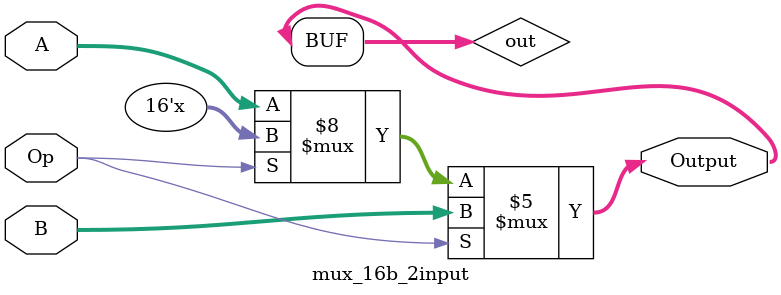
<source format=v>
`timescale 1ns / 1ps
module mux_16b_2input(
    input [15:0] A,
    input [15:0] B,
    input Op,
    output [15:0] Output
    );
  reg [15:0] out;
	 assign Output = out;
always @ (*) begin
	if (Op == 0)
	out = A;
	
	if (Op == 1)
	out = B;
	
	end

endmodule

</source>
